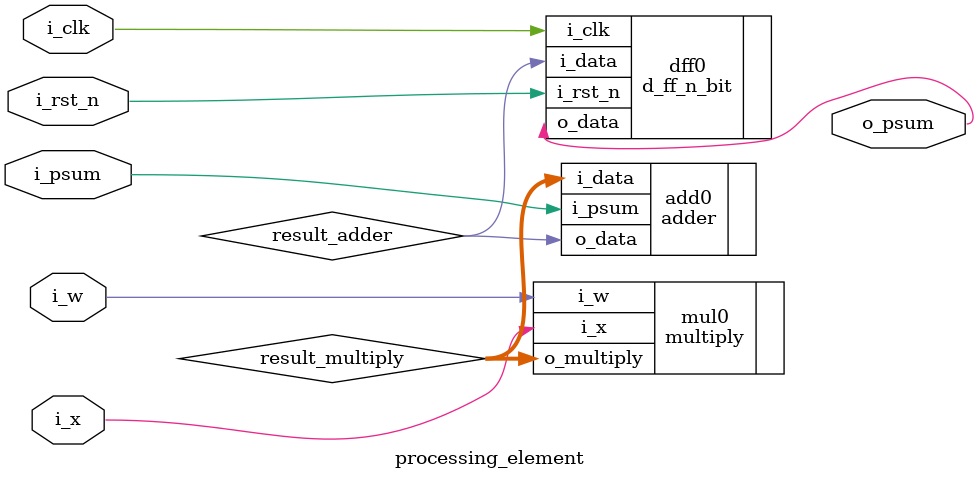
<source format=v>
module processing_element
#(parameter BW1=1, BW2=1, N=1, XW=1, WW=1)
(
input i_clk, i_rst_n,
input signed [XW-1:0] i_x,
input signed [WW-1:0] i_w,
input signed [BW1-1:0] i_psum,
output signed [BW2-1:0] o_psum);

wire signed [XW+WW-1:0] result_multiply;
wire signed [BW2-1:0] result_adder;


//description top_module
multiply #(.XW(XW), .WW(WW)) mul0(
				.i_x(i_x),
				.i_w(i_w),
				.o_multiply(result_multiply));
adder #(.BW1(BW1), .BW2(BW2)) add0 (
						.i_data(result_multiply),
						.i_psum(i_psum),
						.o_data(result_adder));
d_ff_n_bit #(.N(N)) dff0 (
					.i_clk(i_clk),
					.i_rst_n(i_rst_n),
					.i_data(result_adder),
					.o_data(o_psum));


endmodule


</source>
